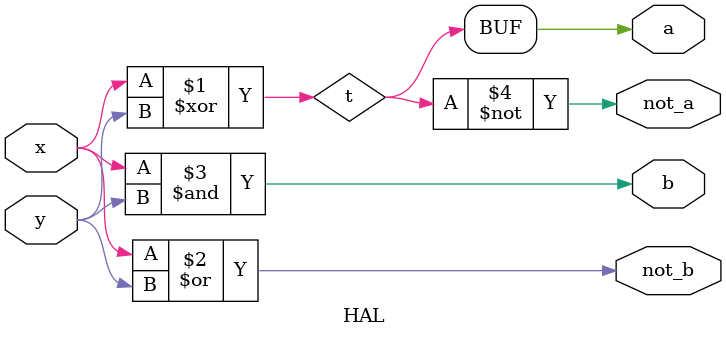
<source format=v>
module HAL (
    x, y,
    not_b, b,
    not_a, a 
);
    input x, y;
    output not_b, b,
           not_a, a;

    wire t;
    assign t = x ^ y;  // temporary variable
    
    assign not_b = x | y;
    assign b = x & y;
    assign not_a = ~t;
    assign a = t;

endmodule
</source>
